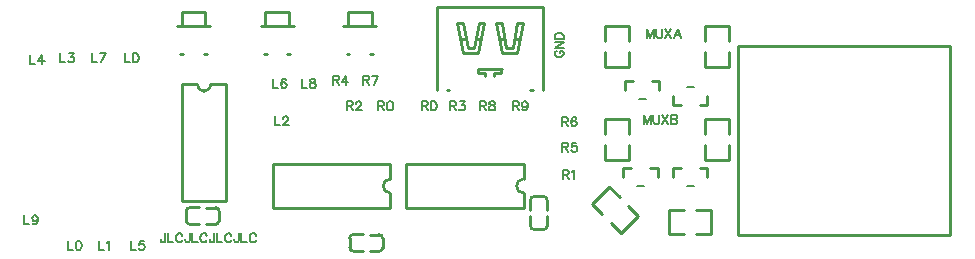
<source format=gto>
G04 Layer: TopSilkLayer*
G04 EasyEDA v6.4.24, 2021-09-25T18:25:05+02:00*
G04 d15503250396465d85bfe37af418053a,f5a38c858c354eb5b90fd3f81420cce3,10*
G04 Gerber Generator version 0.2*
G04 Scale: 100 percent, Rotated: No, Reflected: No *
G04 Dimensions in millimeters *
G04 leading zeros omitted , absolute positions ,4 integer and 5 decimal *
%FSLAX45Y45*%
%MOMM*%

%ADD10C,0.2540*%
%ADD13C,0.2000*%
%ADD45C,0.2500*%
%ADD46C,0.1800*%
%ADD47C,0.2032*%
%ADD48C,0.1600*%

%LPD*%
D46*
X1751177Y-1811017D02*
G01*
X1751177Y-1869691D01*
X1747367Y-1880613D01*
X1743811Y-1884169D01*
X1736445Y-1887979D01*
X1729079Y-1887979D01*
X1721713Y-1884169D01*
X1718157Y-1880613D01*
X1714601Y-1869691D01*
X1714601Y-1862325D01*
X1775307Y-1811017D02*
G01*
X1775307Y-1887979D01*
X1775307Y-1887979D02*
G01*
X1819249Y-1887979D01*
X1898243Y-1829305D02*
G01*
X1894433Y-1821939D01*
X1887321Y-1814827D01*
X1879955Y-1811017D01*
X1865223Y-1811017D01*
X1857857Y-1814827D01*
X1850491Y-1821939D01*
X1846935Y-1829305D01*
X1843379Y-1840227D01*
X1843379Y-1858515D01*
X1846935Y-1869691D01*
X1850491Y-1876803D01*
X1857857Y-1884169D01*
X1865223Y-1887979D01*
X1879955Y-1887979D01*
X1887321Y-1884169D01*
X1894433Y-1876803D01*
X1898243Y-1869691D01*
X1958949Y-1811017D02*
G01*
X1958949Y-1869691D01*
X1955393Y-1880613D01*
X1951583Y-1884169D01*
X1944217Y-1887979D01*
X1936851Y-1887979D01*
X1929739Y-1884169D01*
X1925929Y-1880613D01*
X1922373Y-1869691D01*
X1922373Y-1862325D01*
X1983079Y-1811017D02*
G01*
X1983079Y-1887979D01*
X1983079Y-1887979D02*
G01*
X2027021Y-1887979D01*
X2106015Y-1829305D02*
G01*
X2102459Y-1821939D01*
X2095093Y-1814827D01*
X2087727Y-1811017D01*
X2072995Y-1811017D01*
X2065883Y-1814827D01*
X2058517Y-1821939D01*
X2054707Y-1829305D01*
X2051151Y-1840227D01*
X2051151Y-1858515D01*
X2054707Y-1869691D01*
X2058517Y-1876803D01*
X2065883Y-1884169D01*
X2072995Y-1887979D01*
X2087727Y-1887979D01*
X2095093Y-1884169D01*
X2102459Y-1876803D01*
X2106015Y-1869691D01*
X2166721Y-1811017D02*
G01*
X2166721Y-1869691D01*
X2163165Y-1880613D01*
X2159355Y-1884169D01*
X2152243Y-1887979D01*
X2144877Y-1887979D01*
X2137511Y-1884169D01*
X2133955Y-1880613D01*
X2130145Y-1869691D01*
X2130145Y-1862325D01*
X2190851Y-1811017D02*
G01*
X2190851Y-1887979D01*
X2190851Y-1887979D02*
G01*
X2234793Y-1887979D01*
X2313787Y-1829305D02*
G01*
X2310231Y-1821939D01*
X2302865Y-1814827D01*
X2295499Y-1811017D01*
X2281021Y-1811017D01*
X2273655Y-1814827D01*
X2266289Y-1821939D01*
X2262733Y-1829305D01*
X2258923Y-1840227D01*
X2258923Y-1858515D01*
X2262733Y-1869691D01*
X2266289Y-1876803D01*
X2273655Y-1884169D01*
X2281021Y-1887979D01*
X2295499Y-1887979D01*
X2302865Y-1884169D01*
X2310231Y-1876803D01*
X2313787Y-1869691D01*
X2374493Y-1811017D02*
G01*
X2374493Y-1869691D01*
X2370937Y-1880613D01*
X2367381Y-1884169D01*
X2360015Y-1887979D01*
X2352649Y-1887979D01*
X2345283Y-1884169D01*
X2341727Y-1880613D01*
X2337917Y-1869691D01*
X2337917Y-1862325D01*
X2398623Y-1811017D02*
G01*
X2398623Y-1887979D01*
X2398623Y-1887979D02*
G01*
X2442565Y-1887979D01*
X2521813Y-1829305D02*
G01*
X2518003Y-1821939D01*
X2510637Y-1814827D01*
X2503525Y-1811017D01*
X2488793Y-1811017D01*
X2481427Y-1814827D01*
X2474061Y-1821939D01*
X2470505Y-1829305D01*
X2466695Y-1840227D01*
X2466695Y-1858515D01*
X2470505Y-1869691D01*
X2474061Y-1876803D01*
X2481427Y-1884169D01*
X2488793Y-1887979D01*
X2503525Y-1887979D01*
X2510637Y-1884169D01*
X2518003Y-1876803D01*
X2521813Y-1869691D01*
D47*
X5068315Y-262889D02*
G01*
X5060950Y-266700D01*
X5053584Y-273812D01*
X5050027Y-281178D01*
X5050027Y-295655D01*
X5053584Y-303021D01*
X5060950Y-310134D01*
X5068315Y-313944D01*
X5079238Y-317500D01*
X5097272Y-317500D01*
X5108193Y-313944D01*
X5115559Y-310134D01*
X5122925Y-303021D01*
X5126481Y-295655D01*
X5126481Y-281178D01*
X5122925Y-273812D01*
X5115559Y-266700D01*
X5108193Y-262889D01*
X5097272Y-262889D01*
X5097272Y-281178D02*
G01*
X5097272Y-262889D01*
X5050027Y-239013D02*
G01*
X5126481Y-239013D01*
X5050027Y-239013D02*
G01*
X5126481Y-187960D01*
X5050027Y-187960D02*
G01*
X5126481Y-187960D01*
X5050027Y-164084D02*
G01*
X5126481Y-164084D01*
X5050027Y-164084D02*
G01*
X5050027Y-138684D01*
X5053584Y-127762D01*
X5060950Y-120395D01*
X5068315Y-116839D01*
X5079238Y-113029D01*
X5097272Y-113029D01*
X5108193Y-116839D01*
X5115559Y-120395D01*
X5122925Y-127762D01*
X5126481Y-138684D01*
X5126481Y-164084D01*
X5829401Y-84353D02*
G01*
X5829401Y-160807D01*
X5829401Y-84353D02*
G01*
X5858357Y-160807D01*
X5887567Y-84353D02*
G01*
X5858357Y-160807D01*
X5887567Y-84353D02*
G01*
X5887567Y-160807D01*
X5911443Y-84353D02*
G01*
X5911443Y-138963D01*
X5914999Y-149885D01*
X5922365Y-156997D01*
X5933287Y-160807D01*
X5940653Y-160807D01*
X5951575Y-156997D01*
X5958687Y-149885D01*
X5962497Y-138963D01*
X5962497Y-84353D01*
X5986373Y-84353D02*
G01*
X6037173Y-160807D01*
X6037173Y-84353D02*
G01*
X5986373Y-160807D01*
X6090513Y-84353D02*
G01*
X6061303Y-160807D01*
X6090513Y-84353D02*
G01*
X6119469Y-160807D01*
X6072225Y-135407D02*
G01*
X6108547Y-135407D01*
X5803897Y-808228D02*
G01*
X5803897Y-884681D01*
X5803897Y-808228D02*
G01*
X5833104Y-884681D01*
X5862060Y-808228D02*
G01*
X5833104Y-884681D01*
X5862060Y-808228D02*
G01*
X5862060Y-884681D01*
X5886190Y-808228D02*
G01*
X5886190Y-862837D01*
X5889746Y-873760D01*
X5897110Y-881126D01*
X5907780Y-884681D01*
X5915146Y-884681D01*
X5926066Y-881126D01*
X5933434Y-873757D01*
X5936990Y-862837D01*
X5936990Y-808228D01*
X5960866Y-808228D02*
G01*
X6011923Y-884681D01*
X6011923Y-808228D02*
G01*
X5960866Y-884681D01*
X6035794Y-808228D02*
G01*
X6035796Y-884679D01*
X6035794Y-808228D02*
G01*
X6068562Y-808228D01*
X6079484Y-811784D01*
X6083294Y-815594D01*
X6086850Y-822705D01*
X6086850Y-830071D01*
X6083294Y-837437D01*
X6079484Y-840994D01*
X6068562Y-844552D01*
X6035796Y-844550D02*
G01*
X6068562Y-844552D01*
X6079484Y-848360D01*
X6083294Y-851915D01*
X6086850Y-859281D01*
X6086850Y-870204D01*
X6083294Y-877315D01*
X6079484Y-881126D01*
X6068562Y-884681D01*
X6035796Y-884679D01*
D48*
X609600Y-300228D02*
G01*
X609600Y-376681D01*
X609600Y-376681D02*
G01*
X653287Y-376681D01*
X713486Y-300228D02*
G01*
X677163Y-351281D01*
X731773Y-351281D01*
X713486Y-300228D02*
G01*
X713486Y-376681D01*
X863600Y-287528D02*
G01*
X863600Y-363981D01*
X863600Y-363981D02*
G01*
X907287Y-363981D01*
X938529Y-287528D02*
G01*
X978407Y-287528D01*
X956563Y-316737D01*
X967486Y-316737D01*
X974852Y-320294D01*
X978407Y-323850D01*
X982218Y-334771D01*
X982218Y-342137D01*
X978407Y-353060D01*
X971295Y-360426D01*
X960373Y-363981D01*
X949452Y-363981D01*
X938529Y-360426D01*
X934973Y-356615D01*
X931163Y-349504D01*
X1130300Y-287528D02*
G01*
X1130300Y-363981D01*
X1130300Y-363981D02*
G01*
X1173987Y-363981D01*
X1248918Y-287528D02*
G01*
X1212595Y-363981D01*
X1197863Y-287528D02*
G01*
X1248918Y-287528D01*
X1409700Y-287528D02*
G01*
X1409700Y-363981D01*
X1409700Y-363981D02*
G01*
X1453387Y-363981D01*
X1477263Y-287528D02*
G01*
X1477263Y-363981D01*
X1477263Y-287528D02*
G01*
X1502663Y-287528D01*
X1513586Y-291084D01*
X1520952Y-298450D01*
X1524507Y-305815D01*
X1528318Y-316737D01*
X1528318Y-334771D01*
X1524507Y-345694D01*
X1520952Y-353060D01*
X1513586Y-360426D01*
X1502663Y-363981D01*
X1477263Y-363981D01*
X558800Y-1659128D02*
G01*
X558800Y-1735581D01*
X558800Y-1735581D02*
G01*
X602487Y-1735581D01*
X673607Y-1684528D02*
G01*
X670052Y-1695450D01*
X662686Y-1702815D01*
X651763Y-1706371D01*
X648207Y-1706371D01*
X637286Y-1702815D01*
X630173Y-1695450D01*
X626363Y-1684528D01*
X626363Y-1680971D01*
X630173Y-1670050D01*
X637286Y-1662684D01*
X648207Y-1659128D01*
X651763Y-1659128D01*
X662686Y-1662684D01*
X670052Y-1670050D01*
X673607Y-1684528D01*
X673607Y-1702815D01*
X670052Y-1721104D01*
X662686Y-1732026D01*
X651763Y-1735581D01*
X644652Y-1735581D01*
X633729Y-1732026D01*
X630173Y-1724660D01*
X927100Y-1875028D02*
G01*
X927100Y-1951481D01*
X927100Y-1951481D02*
G01*
X970787Y-1951481D01*
X1016507Y-1875028D02*
G01*
X1005586Y-1878584D01*
X998473Y-1889505D01*
X994663Y-1907794D01*
X994663Y-1918715D01*
X998473Y-1937004D01*
X1005586Y-1947926D01*
X1016507Y-1951481D01*
X1023873Y-1951481D01*
X1034795Y-1947926D01*
X1041907Y-1937004D01*
X1045718Y-1918715D01*
X1045718Y-1907794D01*
X1041907Y-1889505D01*
X1034795Y-1878584D01*
X1023873Y-1875028D01*
X1016507Y-1875028D01*
X1193800Y-1875028D02*
G01*
X1193800Y-1951481D01*
X1193800Y-1951481D02*
G01*
X1237487Y-1951481D01*
X1261363Y-1889505D02*
G01*
X1268729Y-1885950D01*
X1279652Y-1875028D01*
X1279652Y-1951481D01*
X1460500Y-1875028D02*
G01*
X1460500Y-1951481D01*
X1460500Y-1951481D02*
G01*
X1504187Y-1951481D01*
X1571752Y-1875028D02*
G01*
X1535429Y-1875028D01*
X1531873Y-1907794D01*
X1535429Y-1904237D01*
X1546352Y-1900428D01*
X1557273Y-1900428D01*
X1568195Y-1904237D01*
X1575307Y-1911350D01*
X1579118Y-1922271D01*
X1579118Y-1929637D01*
X1575307Y-1940560D01*
X1568195Y-1947926D01*
X1557273Y-1951481D01*
X1546352Y-1951481D01*
X1535429Y-1947926D01*
X1531873Y-1944115D01*
X1528063Y-1937004D01*
X2667000Y-503428D02*
G01*
X2667000Y-579881D01*
X2667000Y-579881D02*
G01*
X2710688Y-579881D01*
X2778252Y-514350D02*
G01*
X2774695Y-506984D01*
X2763774Y-503428D01*
X2756408Y-503428D01*
X2745486Y-506984D01*
X2738374Y-517905D01*
X2734563Y-536194D01*
X2734563Y-554481D01*
X2738374Y-568960D01*
X2745486Y-576326D01*
X2756408Y-579881D01*
X2759963Y-579881D01*
X2770886Y-576326D01*
X2778252Y-568960D01*
X2781808Y-558037D01*
X2781808Y-554481D01*
X2778252Y-543560D01*
X2770886Y-536194D01*
X2759963Y-532637D01*
X2756408Y-532637D01*
X2745486Y-536194D01*
X2738374Y-543560D01*
X2734563Y-554481D01*
X2908300Y-503428D02*
G01*
X2908300Y-579881D01*
X2908300Y-579881D02*
G01*
X2951988Y-579881D01*
X2994152Y-503428D02*
G01*
X2983229Y-506984D01*
X2979674Y-514350D01*
X2979674Y-521715D01*
X2983229Y-528828D01*
X2990595Y-532637D01*
X3005074Y-536194D01*
X3015995Y-539750D01*
X3023108Y-547115D01*
X3026918Y-554481D01*
X3026918Y-565404D01*
X3023108Y-572515D01*
X3019552Y-576326D01*
X3008629Y-579881D01*
X2994152Y-579881D01*
X2983229Y-576326D01*
X2979674Y-572515D01*
X2975863Y-565404D01*
X2975863Y-554481D01*
X2979674Y-547115D01*
X2986786Y-539750D01*
X2997708Y-536194D01*
X3012186Y-532637D01*
X3019552Y-528828D01*
X3023108Y-521715D01*
X3023108Y-514350D01*
X3019552Y-506984D01*
X3008629Y-503428D01*
X2994152Y-503428D01*
X2679700Y-820928D02*
G01*
X2679700Y-897381D01*
X2679700Y-897381D02*
G01*
X2723388Y-897381D01*
X2751074Y-839215D02*
G01*
X2751074Y-835405D01*
X2754629Y-828294D01*
X2758186Y-824484D01*
X2765552Y-820928D01*
X2780029Y-820928D01*
X2787395Y-824484D01*
X2790952Y-828294D01*
X2794508Y-835405D01*
X2794508Y-842771D01*
X2790952Y-850137D01*
X2783586Y-861060D01*
X2747263Y-897381D01*
X2798318Y-897381D01*
X3175000Y-478028D02*
G01*
X3175000Y-554481D01*
X3175000Y-478028D02*
G01*
X3207765Y-478028D01*
X3218688Y-481584D01*
X3222243Y-485394D01*
X3225800Y-492505D01*
X3225800Y-499871D01*
X3222243Y-507237D01*
X3218688Y-510794D01*
X3207765Y-514350D01*
X3175000Y-514350D01*
X3200400Y-514350D02*
G01*
X3225800Y-554481D01*
X3286252Y-478028D02*
G01*
X3249929Y-529081D01*
X3304540Y-529081D01*
X3286252Y-478028D02*
G01*
X3286252Y-554481D01*
X3429000Y-478028D02*
G01*
X3429000Y-554481D01*
X3429000Y-478028D02*
G01*
X3461765Y-478028D01*
X3472688Y-481584D01*
X3476243Y-485394D01*
X3479800Y-492505D01*
X3479800Y-499871D01*
X3476243Y-507237D01*
X3472688Y-510794D01*
X3461765Y-514350D01*
X3429000Y-514350D01*
X3454400Y-514350D02*
G01*
X3479800Y-554481D01*
X3554729Y-478028D02*
G01*
X3518408Y-554481D01*
X3503929Y-478028D02*
G01*
X3554729Y-478028D01*
X3289300Y-693928D02*
G01*
X3289300Y-770381D01*
X3289300Y-693928D02*
G01*
X3322065Y-693928D01*
X3332988Y-697484D01*
X3336543Y-701294D01*
X3340100Y-708405D01*
X3340100Y-715771D01*
X3336543Y-723137D01*
X3332988Y-726694D01*
X3322065Y-730250D01*
X3289300Y-730250D01*
X3314700Y-730250D02*
G01*
X3340100Y-770381D01*
X3367786Y-712215D02*
G01*
X3367786Y-708405D01*
X3371595Y-701294D01*
X3375152Y-697484D01*
X3382263Y-693928D01*
X3396995Y-693928D01*
X3404108Y-697484D01*
X3407918Y-701294D01*
X3411474Y-708405D01*
X3411474Y-715771D01*
X3407918Y-723137D01*
X3400552Y-734060D01*
X3364229Y-770381D01*
X3415029Y-770381D01*
X3556000Y-693928D02*
G01*
X3556000Y-770381D01*
X3556000Y-693928D02*
G01*
X3588765Y-693928D01*
X3599688Y-697484D01*
X3603243Y-701294D01*
X3606800Y-708405D01*
X3606800Y-715771D01*
X3603243Y-723137D01*
X3599688Y-726694D01*
X3588765Y-730250D01*
X3556000Y-730250D01*
X3581400Y-730250D02*
G01*
X3606800Y-770381D01*
X3652774Y-693928D02*
G01*
X3641852Y-697484D01*
X3634486Y-708405D01*
X3630929Y-726694D01*
X3630929Y-737615D01*
X3634486Y-755904D01*
X3641852Y-766826D01*
X3652774Y-770381D01*
X3659886Y-770381D01*
X3670808Y-766826D01*
X3678174Y-755904D01*
X3681729Y-737615D01*
X3681729Y-726694D01*
X3678174Y-708405D01*
X3670808Y-697484D01*
X3659886Y-693928D01*
X3652774Y-693928D01*
X3924300Y-693928D02*
G01*
X3924300Y-770381D01*
X3924300Y-693928D02*
G01*
X3957065Y-693928D01*
X3967988Y-697484D01*
X3971543Y-701294D01*
X3975100Y-708405D01*
X3975100Y-715771D01*
X3971543Y-723137D01*
X3967988Y-726694D01*
X3957065Y-730250D01*
X3924300Y-730250D01*
X3949700Y-730250D02*
G01*
X3975100Y-770381D01*
X3999229Y-693928D02*
G01*
X3999229Y-770381D01*
X3999229Y-693928D02*
G01*
X4024629Y-693928D01*
X4035552Y-697484D01*
X4042918Y-704850D01*
X4046474Y-712215D01*
X4050029Y-723137D01*
X4050029Y-741171D01*
X4046474Y-752094D01*
X4042918Y-759460D01*
X4035552Y-766826D01*
X4024629Y-770381D01*
X3999229Y-770381D01*
X4165600Y-693928D02*
G01*
X4165600Y-770381D01*
X4165600Y-693928D02*
G01*
X4198365Y-693928D01*
X4209288Y-697484D01*
X4212843Y-701294D01*
X4216400Y-708405D01*
X4216400Y-715771D01*
X4212843Y-723137D01*
X4209288Y-726694D01*
X4198365Y-730250D01*
X4165600Y-730250D01*
X4191000Y-730250D02*
G01*
X4216400Y-770381D01*
X4247895Y-693928D02*
G01*
X4287774Y-693928D01*
X4265929Y-723137D01*
X4276852Y-723137D01*
X4284218Y-726694D01*
X4287774Y-730250D01*
X4291329Y-741171D01*
X4291329Y-748537D01*
X4287774Y-759460D01*
X4280408Y-766826D01*
X4269486Y-770381D01*
X4258563Y-770381D01*
X4247895Y-766826D01*
X4244086Y-763015D01*
X4240529Y-755904D01*
X4419600Y-693928D02*
G01*
X4419600Y-770381D01*
X4419600Y-693928D02*
G01*
X4452365Y-693928D01*
X4463288Y-697484D01*
X4466843Y-701294D01*
X4470400Y-708405D01*
X4470400Y-715771D01*
X4466843Y-723137D01*
X4463288Y-726694D01*
X4452365Y-730250D01*
X4419600Y-730250D01*
X4445000Y-730250D02*
G01*
X4470400Y-770381D01*
X4512563Y-693928D02*
G01*
X4501895Y-697484D01*
X4498086Y-704850D01*
X4498086Y-712215D01*
X4501895Y-719328D01*
X4509008Y-723137D01*
X4523486Y-726694D01*
X4534408Y-730250D01*
X4541774Y-737615D01*
X4545329Y-744981D01*
X4545329Y-755904D01*
X4541774Y-763015D01*
X4538218Y-766826D01*
X4527295Y-770381D01*
X4512563Y-770381D01*
X4501895Y-766826D01*
X4498086Y-763015D01*
X4494529Y-755904D01*
X4494529Y-744981D01*
X4498086Y-737615D01*
X4505452Y-730250D01*
X4516374Y-726694D01*
X4530852Y-723137D01*
X4538218Y-719328D01*
X4541774Y-712215D01*
X4541774Y-704850D01*
X4538218Y-697484D01*
X4527295Y-693928D01*
X4512563Y-693928D01*
X4699000Y-693928D02*
G01*
X4699000Y-770381D01*
X4699000Y-693928D02*
G01*
X4731765Y-693928D01*
X4742688Y-697484D01*
X4746243Y-701294D01*
X4749800Y-708405D01*
X4749800Y-715771D01*
X4746243Y-723137D01*
X4742688Y-726694D01*
X4731765Y-730250D01*
X4699000Y-730250D01*
X4724400Y-730250D02*
G01*
X4749800Y-770381D01*
X4821174Y-719328D02*
G01*
X4817618Y-730250D01*
X4810252Y-737615D01*
X4799329Y-741171D01*
X4795774Y-741171D01*
X4784852Y-737615D01*
X4777486Y-730250D01*
X4773929Y-719328D01*
X4773929Y-715771D01*
X4777486Y-704850D01*
X4784852Y-697484D01*
X4795774Y-693928D01*
X4799329Y-693928D01*
X4810252Y-697484D01*
X4817618Y-704850D01*
X4821174Y-719328D01*
X4821174Y-737615D01*
X4817618Y-755904D01*
X4810252Y-766826D01*
X4799329Y-770381D01*
X4791963Y-770381D01*
X4781295Y-766826D01*
X4777486Y-759460D01*
X5115306Y-828039D02*
G01*
X5115306Y-904494D01*
X5115306Y-828039D02*
G01*
X5148072Y-828039D01*
X5158993Y-831595D01*
X5162550Y-835405D01*
X5166106Y-842518D01*
X5166106Y-849884D01*
X5162550Y-857250D01*
X5158993Y-860805D01*
X5148072Y-864362D01*
X5115306Y-864362D01*
X5140706Y-864362D02*
G01*
X5166106Y-904494D01*
X5233924Y-838962D02*
G01*
X5230113Y-831595D01*
X5219191Y-828039D01*
X5212079Y-828039D01*
X5201158Y-831595D01*
X5193791Y-842518D01*
X5190236Y-860805D01*
X5190236Y-879094D01*
X5193791Y-893571D01*
X5201158Y-900937D01*
X5212079Y-904494D01*
X5215636Y-904494D01*
X5226558Y-900937D01*
X5233924Y-893571D01*
X5237479Y-882650D01*
X5237479Y-879094D01*
X5233924Y-868171D01*
X5226558Y-860805D01*
X5215636Y-857250D01*
X5212079Y-857250D01*
X5201158Y-860805D01*
X5193791Y-868171D01*
X5190236Y-879094D01*
X5115306Y-1043939D02*
G01*
X5115306Y-1120394D01*
X5115306Y-1043939D02*
G01*
X5148072Y-1043939D01*
X5158993Y-1047495D01*
X5162550Y-1051305D01*
X5166106Y-1058418D01*
X5166106Y-1065784D01*
X5162550Y-1073150D01*
X5158993Y-1076705D01*
X5148072Y-1080262D01*
X5115306Y-1080262D01*
X5140706Y-1080262D02*
G01*
X5166106Y-1120394D01*
X5233924Y-1043939D02*
G01*
X5197347Y-1043939D01*
X5193791Y-1076705D01*
X5197347Y-1073150D01*
X5208270Y-1069339D01*
X5219191Y-1069339D01*
X5230113Y-1073150D01*
X5237479Y-1080262D01*
X5241036Y-1091184D01*
X5241036Y-1098550D01*
X5237479Y-1109471D01*
X5230113Y-1116837D01*
X5219191Y-1120394D01*
X5208270Y-1120394D01*
X5197347Y-1116837D01*
X5193791Y-1113028D01*
X5190236Y-1105915D01*
X5118100Y-1278128D02*
G01*
X5118100Y-1354581D01*
X5118100Y-1278128D02*
G01*
X5150865Y-1278128D01*
X5161788Y-1281684D01*
X5165343Y-1285494D01*
X5168900Y-1292605D01*
X5168900Y-1299971D01*
X5165343Y-1307337D01*
X5161788Y-1310894D01*
X5150865Y-1314450D01*
X5118100Y-1314450D01*
X5143500Y-1314450D02*
G01*
X5168900Y-1354581D01*
X5193029Y-1292605D02*
G01*
X5200395Y-1289050D01*
X5211063Y-1278128D01*
X5211063Y-1354581D01*
D10*
X2041232Y-1733499D02*
G01*
X1961230Y-1733499D01*
X1930250Y-1622518D02*
G01*
X1930250Y-1702518D01*
X2041232Y-1591536D02*
G01*
X1961230Y-1591536D01*
X2098822Y-1734083D02*
G01*
X2178817Y-1734083D01*
X2098822Y-1592120D02*
G01*
X2178817Y-1592120D01*
X2209800Y-1623100D02*
G01*
X2209800Y-1703103D01*
X3425532Y-1962099D02*
G01*
X3345530Y-1962099D01*
X3314550Y-1851118D02*
G01*
X3314550Y-1931118D01*
X3425532Y-1820136D02*
G01*
X3345530Y-1820136D01*
X3483122Y-1962683D02*
G01*
X3563117Y-1962683D01*
X3483122Y-1820720D02*
G01*
X3563117Y-1820720D01*
X3594100Y-1851700D02*
G01*
X3594100Y-1931703D01*
X4845100Y-1609432D02*
G01*
X4845100Y-1529430D01*
X4956081Y-1498450D02*
G01*
X4876081Y-1498450D01*
X4987063Y-1609432D02*
G01*
X4987063Y-1529430D01*
X4844516Y-1667022D02*
G01*
X4844516Y-1747017D01*
X4986479Y-1667022D02*
G01*
X4986479Y-1747017D01*
X4955499Y-1778000D02*
G01*
X4875496Y-1778000D01*
X5645200Y-600710D02*
G01*
X5645200Y-519203D01*
X5711190Y-519201D01*
X5871209Y-519201D02*
G01*
X5937199Y-519203D01*
X5871209Y-519201D01*
X5937199Y-519203D01*
X5937199Y-600710D01*
D13*
X5761202Y-674192D02*
G01*
X5821197Y-674192D01*
D10*
X5632500Y-1337310D02*
G01*
X5632500Y-1255801D01*
X5698490Y-1255801D01*
X5858509Y-1255801D02*
G01*
X5924499Y-1255801D01*
X5858509Y-1255801D01*
X5924499Y-1255801D01*
X5924499Y-1337310D01*
D13*
X5748502Y-1410792D02*
G01*
X5808497Y-1410792D01*
D10*
X5677296Y-966000D02*
G01*
X5677296Y-840999D01*
X5473303Y-966000D02*
G01*
X5473303Y-840999D01*
X5677296Y-1065999D02*
G01*
X5677296Y-1191000D01*
X5473303Y-1065999D02*
G01*
X5473303Y-1191000D01*
X5677298Y-840996D02*
G01*
X5473303Y-840999D01*
X5677296Y-1191000D02*
G01*
X5473303Y-1191000D01*
X5677296Y-178600D02*
G01*
X5677296Y-53599D01*
X5473303Y-178600D02*
G01*
X5473303Y-53599D01*
X5677296Y-278599D02*
G01*
X5677296Y-403600D01*
X5473303Y-278599D02*
G01*
X5473303Y-403600D01*
X5677296Y-53596D02*
G01*
X5473303Y-53599D01*
X5677296Y-403600D02*
G01*
X5473303Y-403600D01*
X5525833Y-1720377D02*
G01*
X5614222Y-1808767D01*
X5670077Y-1576133D02*
G01*
X5758467Y-1664522D01*
X5455122Y-1649666D02*
G01*
X5366732Y-1561277D01*
X5599366Y-1505422D02*
G01*
X5510977Y-1417032D01*
X5614222Y-1808769D02*
G01*
X5758467Y-1664522D01*
X5366732Y-1561277D02*
G01*
X5510977Y-1417032D01*
X6247599Y-1816496D02*
G01*
X6372600Y-1816496D01*
X6247599Y-1612503D02*
G01*
X6372600Y-1612503D01*
X6147600Y-1816496D02*
G01*
X6022599Y-1816496D01*
X6147600Y-1612503D02*
G01*
X6022599Y-1612503D01*
X6372603Y-1816496D02*
G01*
X6372600Y-1612503D01*
X6022599Y-1816496D02*
G01*
X6022599Y-1612503D01*
X6528196Y-178600D02*
G01*
X6528196Y-53599D01*
X6324203Y-178600D02*
G01*
X6324203Y-53599D01*
X6528196Y-278599D02*
G01*
X6528196Y-403600D01*
X6324203Y-278599D02*
G01*
X6324203Y-403600D01*
X6528196Y-53596D02*
G01*
X6324203Y-53599D01*
X6528196Y-403600D02*
G01*
X6324203Y-403600D01*
X6528196Y-966000D02*
G01*
X6528196Y-840999D01*
X6324203Y-966000D02*
G01*
X6324203Y-840999D01*
X6528196Y-1065999D02*
G01*
X6528196Y-1191000D01*
X6324203Y-1065999D02*
G01*
X6324203Y-1191000D01*
X6528196Y-840996D02*
G01*
X6324203Y-840999D01*
X6528196Y-1191000D02*
G01*
X6324203Y-1191000D01*
X6343599Y-643889D02*
G01*
X6343599Y-725398D01*
X6277609Y-725398D01*
X6117590Y-725398D02*
G01*
X6051600Y-725398D01*
X6117590Y-725398D01*
X6051600Y-725398D01*
X6051600Y-643889D01*
D13*
X6227597Y-570407D02*
G01*
X6167602Y-570407D01*
D10*
X6051600Y-1337310D02*
G01*
X6051600Y-1255803D01*
X6117590Y-1255801D01*
X6277609Y-1255801D02*
G01*
X6343599Y-1255803D01*
X6277609Y-1255801D01*
X6343599Y-1255803D01*
X6343599Y-1337310D01*
D13*
X6167602Y-1410792D02*
G01*
X6227597Y-1410792D01*
D10*
X1893900Y66398D02*
G01*
X2093899Y66398D01*
X1893900Y-53601D02*
G01*
X1893900Y66398D01*
X2093899Y-53601D02*
G01*
X2093899Y66398D01*
X2082015Y-294901D02*
G01*
X2105784Y-294901D01*
X1882015Y-294901D02*
G01*
X1905784Y-294901D01*
X2133899Y-53601D02*
G01*
X1853900Y-53601D01*
X2599999Y66398D02*
G01*
X2799999Y66398D01*
X2599999Y-53601D02*
G01*
X2599999Y66398D01*
X2799999Y-53601D02*
G01*
X2799999Y66398D01*
X2788114Y-294901D02*
G01*
X2811884Y-294901D01*
X2588115Y-294901D02*
G01*
X2611884Y-294901D01*
X2839999Y-53601D02*
G01*
X2559999Y-53601D01*
X3300001Y66398D02*
G01*
X3500000Y66398D01*
X3300001Y-53601D02*
G01*
X3300001Y66398D01*
X3500000Y-53601D02*
G01*
X3500000Y66398D01*
X3488115Y-294901D02*
G01*
X3511885Y-294901D01*
X3288116Y-294901D02*
G01*
X3311885Y-294901D01*
X3540000Y-53601D02*
G01*
X3260001Y-53601D01*
X8400000Y-1825002D02*
G01*
X6600004Y-1825002D01*
X6600004Y-225005D01*
X8400000Y-225005D01*
X8400000Y-1825002D01*
D45*
X4949997Y105006D02*
G01*
X4050002Y105006D01*
X4540001Y-454995D02*
G01*
X4540001Y-474995D01*
X4400001Y-414995D02*
G01*
X4400001Y-454995D01*
X4460001Y-454995D01*
X4460001Y-474995D01*
X4600000Y-414995D02*
G01*
X4600000Y-454995D01*
X4540001Y-454995D01*
X4601001Y-414995D02*
G01*
X4399000Y-414995D01*
D10*
X4781765Y-31671D02*
G01*
X4731981Y-281861D01*
X4601933Y-281861D01*
X4551895Y-31671D01*
X4601425Y-31671D01*
X4641303Y-241729D01*
X4694135Y-241729D01*
X4734267Y-31671D01*
X4781765Y-31671D01*
X4751793Y-161719D02*
G01*
X4711915Y-161719D01*
X4621857Y-161749D02*
G01*
X4581857Y-161749D01*
X4294179Y-162257D02*
G01*
X4254179Y-162257D01*
X4424116Y-162227D02*
G01*
X4384238Y-162227D01*
X4454088Y-32179D02*
G01*
X4404304Y-282369D01*
X4274256Y-282369D01*
X4224218Y-32179D01*
X4273748Y-32179D01*
X4313626Y-242237D01*
X4366458Y-242237D01*
X4406590Y-32179D01*
X4454088Y-32179D01*
D45*
X4949997Y-598995D02*
G01*
X4950000Y100007D01*
X4050002Y-598995D02*
G01*
X4050002Y100007D01*
X4865113Y-598995D02*
G01*
X4842911Y-598995D01*
X4157085Y-598995D02*
G01*
X4134883Y-598995D01*
D10*
X1897379Y-548639D02*
G01*
X1897379Y-1538986D01*
X2265679Y-1538986D01*
X2265679Y-543813D01*
X2265679Y-543813D02*
G01*
X2141232Y-543813D01*
X2024379Y-546100D02*
G01*
X1897379Y-546100D01*
X3655059Y-1224279D02*
G01*
X2664713Y-1224279D01*
X2664713Y-1592579D01*
X3659886Y-1592579D01*
X3659886Y-1592579D02*
G01*
X3659886Y-1468132D01*
X3657600Y-1351279D02*
G01*
X3657600Y-1224279D01*
X4785359Y-1224279D02*
G01*
X3795013Y-1224279D01*
X3795013Y-1592579D01*
X4790186Y-1592579D01*
X4790186Y-1592579D02*
G01*
X4790186Y-1468132D01*
X4787900Y-1351279D02*
G01*
X4787900Y-1224279D01*
G75*
G01*
X1930248Y-1622519D02*
G02*
X1961231Y-1591536I30983J0D01*
G75*
G01*
X1961231Y-1733502D02*
G02*
X1930248Y-1702519I0J30983D01*
G75*
G01*
X2178817Y-1592118D02*
G02*
X2209800Y-1623101I0J-30983D01*
G75*
G01*
X2209800Y-1703100D02*
G02*
X2178817Y-1734083I-30983J0D01*
G75*
G01*
X3314548Y-1851119D02*
G02*
X3345531Y-1820136I30983J0D01*
G75*
G01*
X3345531Y-1962102D02*
G02*
X3314548Y-1931119I0J30983D01*
G75*
G01*
X3563117Y-1820718D02*
G02*
X3594100Y-1851701I0J-30983D01*
G75*
G01*
X3594100Y-1931700D02*
G02*
X3563117Y-1962683I-30983J0D01*
G75*
G01*
X4956081Y-1498448D02*
G02*
X4987064Y-1529431I0J-30983D01*
G75*
G01*
X4845098Y-1529431D02*
G02*
X4876081Y-1498448I30983J0D01*
G75*
G01*
X4986482Y-1747017D02*
G02*
X4955499Y-1778000I-30983J0D01*
G75*
G01*
X4875500Y-1778000D02*
G02*
X4844517Y-1747017I0J30983D01*
G75*
G01*
X2024380Y-546100D02*
G03*
X2141233Y-546392I58420J-2548D01*
G75*
G01*
X3657600Y-1351280D02*
G03*
X3657308Y-1468133I-2548J-58420D01*
G75*
G01*
X4787900Y-1351280D02*
G03*
X4787608Y-1468133I-2548J-58420D01*
M02*

</source>
